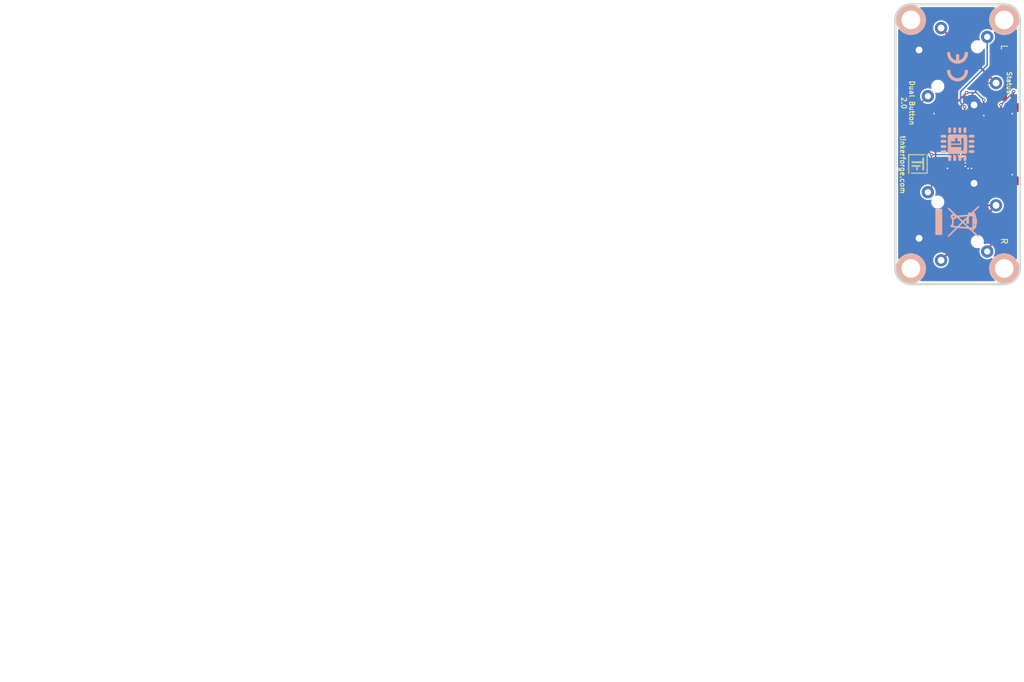
<source format=kicad_pcb>
(kicad_pcb (version 20171130) (host pcbnew 5.1.9-73d0e3b20d~88~ubuntu20.04.1)
  (title_block (title "Dual Button Bricklet") (date 2018-02-21) (rev 2.0) (company "Tinkerforge GmbH") (comment 1 "Licensed under CERN OHL v.1.1") (comment 2 "Copyright (©) 2018, L.Lauer <lukas@tinkerforge.com>"))
  (layers (0 Vorderseite signal) (31 Rückseite signal) (34 B.Paste user) (35 F.Paste user) (36 B.SilkS user) (37 F.SilkS user) (38 B.Mask user) (39 F.Mask user) (44 Edge.Cuts user))
  (net 0 "")
  (net 1 D1)
  (net 2 D2)
  (net 3 GND)
  (net 4 SW1)
  (net 5 SW2)
  (net 6 VCC)
  (net 7 "Net-(C2-Pad2)")
  (net 8 "Net-(D1-Pad2)")
  (net 9 "Net-(P1-Pad1)")
  (net 10 "Net-(P1-Pad4)")
  (net 11 "Net-(P1-Pad5)")
  (net 12 "Net-(P1-Pad6)")
  (net 13 "Net-(P2-Pad1)")
  (net 14 "Net-(P3-Pad2)")
  (net 15 "Net-(R1-Pad1)")
  (net 16 S-MISO)
  (net 17 S-MOSI)
  (net 18 S-CLK)
  (net 19 S-CS)
  (net 20 "Net-(U1-Pad5)")
  (net 21 "Net-(U1-Pad6)")
  (net 22 "Net-(U1-Pad8)")
  (net 23 "Net-(U1-Pad16)")
  (net 24 "Net-(U1-Pad17)")
  (net 25 "Net-(U1-Pad21)")
  (net 26 "Net-(R2-Pad1)")
  (net 27 "Net-(R3-Pad1)")
  (net 28 "Net-(U1-Pad11)")
  (net 29 "Net-(U1-Pad12)")
  (net 30 "Net-(U1-Pad13)")
  (net 31 "Net-(U1-Pad14)")
  (net 32 "Net-(U1-Pad4)")
  (module kicad-libraries:TACT_SWITCH_12mm (layer Vorderseite) (at 169 121.5 315)
    (fp_text reference SW1)
    (fp_text value TACT_SWITCH_12MM)
    (pad "" np_thru_hole circle (at 4.5 0 315) (size 1.6 1.6) (drill 1.6) (layers *.Cu *.Mask))
    (pad "" np_thru_hole circle (at -4.5 0 315) (size 1.6 1.6) (drill 1.6) (layers *.Cu *.Mask))
    (pad 4 thru_hole circle (at 2.5 6.25 315) (size 2 2) (drill 1.1) (layers *.Cu *.Mask) (net 4 SW1))
    (pad 3 thru_hole circle (at -2.5 6.25 315) (size 2 2) (drill 1.1) (layers *.Cu *.Mask) (net 3 GND))
    (pad 4 thru_hole circle (at 2.5 -6.25 315) (size 2 2) (drill 1.1) (layers *.Cu *.Mask) (net 4 SW1))
    (pad 3 thru_hole circle (at -2.5 -6.26 315) (size 2 2) (drill 1.1) (layers *.Cu *.Mask) (net 3 GND))
    (pad 2 thru_hole circle (at 6.75 0 315) (size 2 2) (drill 1) (layers *.Cu *.Mask) (net 26 "Net-(R2-Pad1)"))
    (pad 1 thru_hole circle (at -6.75 0 315) (size 2 2) (drill 1) (layers *.Cu *.Mask) (net 6 VCC))
  )
  (module kicad-libraries:TACT_SWITCH_12mm (layer Vorderseite) (at 169 96.5 45)
    (fp_text reference SW2)
    (fp_text value TACT_SWITCH_12MM)
    (pad "" np_thru_hole circle (at 4.5 0 45) (size 1.6 1.6) (drill 1.6) (layers *.Cu *.Mask))
    (pad "" np_thru_hole circle (at -4.5 0 45) (size 1.6 1.6) (drill 1.6) (layers *.Cu *.Mask))
    (pad 4 thru_hole circle (at 2.5 6.25 45) (size 2 2) (drill 1.1) (layers *.Cu *.Mask) (net 5 SW2))
    (pad 3 thru_hole circle (at -2.5 6.25 45) (size 2 2) (drill 1.1) (layers *.Cu *.Mask) (net 3 GND))
    (pad 4 thru_hole circle (at 2.5 -6.25 45) (size 2 2) (drill 1.1) (layers *.Cu *.Mask) (net 5 SW2))
    (pad 3 thru_hole circle (at -2.5 -6.26 45) (size 2 2) (drill 1.1) (layers *.Cu *.Mask) (net 3 GND))
    (pad 2 thru_hole circle (at 6.75 0 45) (size 2 2) (drill 1) (layers *.Cu *.Mask) (net 27 "Net-(R3-Pad1)"))
    (pad 1 thru_hole circle (at -6.75 0 45) (size 2 2) (drill 1) (layers *.Cu *.Mask) (net 6 VCC))
  )
  (module Logo_31x31 (layer Vorderseite) (at 164.2 110.6 270)
    (fp_text reference Ref** hide)
    (fp_text value Val** hide)
  )
  (module kicad-libraries:CE_5mm (layer Rückseite) (at 169 96.5 90)
    (fp_text reference VAL hide)
    (fp_text value CE_5mm hide)
  )
  (module kicad-libraries:WEEE_7mm (layer Rückseite) (at 169 121.5 90)
    (fp_text reference VAL hide)
    (fp_text value WEEE_7mm hide)
  )
  (module kicad-libraries:D0603F (layer Vorderseite) (at 177.26 101.54 180)
    (fp_text reference D1)
    (fp_text value blue)
    (pad 1 smd rect (at -0.75 0 180) (size 0.9 0.9) (layers Vorderseite F.Paste F.Mask) (net 6 VCC))
    (pad 2 smd rect (at 0.75 0 180) (size 0.9 0.9) (layers Vorderseite F.Paste F.Mask) (net 8 "Net-(D1-Pad2)"))
  )
  (module kicad-libraries:CON-SENSOR2 (layer Vorderseite) (at 179 109 90)
    (fp_text reference P1)
    (fp_text value CON-SENSOR2)
    (pad 1 smd rect (at -3.75 -4.6 90) (size 0.6 1.8) (layers Vorderseite F.Paste F.Mask) (net 9 "Net-(P1-Pad1)"))
    (pad 2 smd rect (at -2.5 -4.6 90) (size 0.6 1.8) (layers Vorderseite F.Paste F.Mask) (net 3 GND))
    (pad EP smd rect (at -5.9 -1.2 90) (size 1.4 2.4) (layers Vorderseite F.Paste F.Mask) (net 3 GND))
    (pad EP smd rect (at 5.9 -1.2 90) (size 1.4 2.4) (layers Vorderseite F.Paste F.Mask) (net 3 GND))
    (pad 3 smd rect (at -1.25 -4.6 90) (size 0.6 1.8) (layers Vorderseite F.Paste F.Mask) (net 6 VCC))
    (pad 4 smd rect (at 0 -4.6 90) (size 0.6 1.8) (layers Vorderseite F.Paste F.Mask) (net 10 "Net-(P1-Pad4)"))
    (pad 5 smd rect (at 1.25 -4.6 90) (size 0.6 1.8) (layers Vorderseite F.Paste F.Mask) (net 11 "Net-(P1-Pad5)"))
    (pad 6 smd rect (at 2.5 -4.6 90) (size 0.6 1.8) (layers Vorderseite F.Paste F.Mask) (net 12 "Net-(P1-Pad6)"))
    (pad 7 smd rect (at 3.75 -4.6 90) (size 0.6 1.8) (layers Vorderseite F.Paste F.Mask) (net 7 "Net-(C2-Pad2)"))
  )
  (module kicad-libraries:DEBUG_PAD (layer Vorderseite) (at 163.03 107.94)
    (fp_text reference P2)
    (fp_text value DEBUG)
    (pad 1 smd circle (at 0 0) (size 0.7 0.7) (layers Vorderseite F.Paste F.Mask) (net 13 "Net-(P2-Pad1)"))
  )
  (module kicad-libraries:SolderJumper (layer Vorderseite) (at 166.68 112.19 135)
    (fp_text reference P3)
    (fp_text value BOOT)
    (pad 2 smd rect (at 0.55 0 135) (size 0.3 1.4) (layers Vorderseite F.Mask) (net 14 "Net-(P3-Pad2)"))
    (pad 2 smd rect (at 0.15 0 135) (size 0.6 0.5) (layers Vorderseite F.Mask) (net 14 "Net-(P3-Pad2)"))
    (pad 1 smd rect (at -0.5 0 135) (size 0.4 1.4) (layers Vorderseite F.Mask) (net 3 GND))
    (pad 1 smd rect (at -0.225 0.55 135) (size 0.95 0.3) (layers Vorderseite F.Mask) (net 3 GND))
    (pad 1 smd rect (at -0.225 -0.55 135) (size 0.95 0.3) (layers Vorderseite F.Mask) (net 3 GND))
  )
  (module kicad-libraries:R0603F (layer Vorderseite) (at 174.28 102.38 45)
    (fp_text reference R1)
    (fp_text value 1k)
    (pad 1 smd rect (at -0.75 0 45) (size 0.9 0.9) (layers Vorderseite F.Paste F.Mask) (net 15 "Net-(R1-Pad1)"))
    (pad 2 smd rect (at 0.75 0 45) (size 0.9 0.9) (layers Vorderseite F.Paste F.Mask) (net 8 "Net-(D1-Pad2)"))
  )
  (module kicad-libraries:4X0402 (layer Vorderseite) (at 172.1 107.1 90)
    (fp_text reference RP2)
    (fp_text value 82)
    (pad 1 smd rect (at -0.7493 0.575 270) (size 0.29972 0.65) (layers Vorderseite F.Paste F.Mask) (net 10 "Net-(P1-Pad4)"))
    (pad 2 smd rect (at -0.24892 0.575 270) (size 0.29972 0.65) (layers Vorderseite F.Paste F.Mask) (net 11 "Net-(P1-Pad5)"))
    (pad 3 smd rect (at 0.24892 0.575 270) (size 0.29972 0.65) (layers Vorderseite F.Paste F.Mask) (net 12 "Net-(P1-Pad6)"))
    (pad 4 smd rect (at 0.7493 0.575 270) (size 0.29972 0.65) (layers Vorderseite F.Paste F.Mask) (net 7 "Net-(C2-Pad2)"))
    (pad 5 smd rect (at 0.7493 -0.575 90) (size 0.29972 0.65) (layers Vorderseite F.Paste F.Mask) (net 16 S-MISO))
    (pad 6 smd rect (at 0.24892 -0.575 90) (size 0.29972 0.65) (layers Vorderseite F.Paste F.Mask) (net 17 S-MOSI))
    (pad 7 smd rect (at -0.24892 -0.575 90) (size 0.29972 0.65) (layers Vorderseite F.Paste F.Mask) (net 18 S-CLK))
    (pad 8 smd rect (at -0.7493 -0.575 90) (size 0.29972 0.65) (layers Vorderseite F.Paste F.Mask) (net 19 S-CS))
  )
  (module kicad-libraries:QFN24-4x4mm-0.5mm (layer Vorderseite) (at 166.54 107.49 225)
    (fp_text reference U1)
    (fp_text value XMC1100)
    (pad 1 smd oval (at -2.025 -1.25 225) (size 1 0.3) (layers Vorderseite F.Paste F.Mask) (net 16 S-MISO))
    (pad 2 smd oval (at -2.025 -0.75 225) (size 1 0.3) (layers Vorderseite F.Paste F.Mask) (net 2 D2))
    (pad 3 smd oval (at -2.025 -0.25 225) (size 1 0.3) (layers Vorderseite F.Paste F.Mask) (net 5 SW2))
    (pad 4 smd oval (at -2.025 0.25 225) (size 1 0.3) (layers Vorderseite F.Paste F.Mask) (net 32 "Net-(U1-Pad4)"))
    (pad 5 smd oval (at -2.025 0.75 225) (size 1 0.3) (layers Vorderseite F.Paste F.Mask) (net 20 "Net-(U1-Pad5)"))
    (pad 6 smd oval (at -2.025 1.25 225) (size 1 0.3) (layers Vorderseite F.Paste F.Mask) (net 21 "Net-(U1-Pad6)"))
    (pad 7 smd oval (at -1.25 2.025 315) (size 1 0.3) (layers Vorderseite F.Paste F.Mask) (net 15 "Net-(R1-Pad1)"))
    (pad 8 smd oval (at -0.75 2.025 315) (size 1 0.3) (layers Vorderseite F.Paste F.Mask) (net 22 "Net-(U1-Pad8)"))
    (pad 9 smd oval (at -0.25 2.025 315) (size 1 0.3) (layers Vorderseite F.Paste F.Mask) (net 3 GND))
    (pad 10 smd oval (at 0.25 2.025 315) (size 1 0.3) (layers Vorderseite F.Paste F.Mask) (net 6 VCC))
    (pad 11 smd oval (at 0.75 2.025 315) (size 1 0.3) (layers Vorderseite F.Paste F.Mask) (net 28 "Net-(U1-Pad11)"))
    (pad 12 smd oval (at 1.25 2.025 315) (size 1 0.3) (layers Vorderseite F.Paste F.Mask) (net 29 "Net-(U1-Pad12)"))
    (pad 13 smd oval (at 2.025 1.25 225) (size 1 0.3) (layers Vorderseite F.Paste F.Mask) (net 30 "Net-(U1-Pad13)"))
    (pad 14 smd oval (at 2.025 0.75 225) (size 1 0.3) (layers Vorderseite F.Paste F.Mask) (net 31 "Net-(U1-Pad14)"))
    (pad 15 smd oval (at 2.025 0.25 225) (size 1 0.3) (layers Vorderseite F.Paste F.Mask) (net 13 "Net-(P2-Pad1)"))
    (pad 16 smd oval (at 2.025 -0.25 225) (size 1 0.3) (layers Vorderseite F.Paste F.Mask) (net 23 "Net-(U1-Pad16)"))
    (pad 17 smd oval (at 2.025 -0.75 225) (size 1 0.3) (layers Vorderseite F.Paste F.Mask) (net 24 "Net-(U1-Pad17)"))
    (pad 18 smd oval (at 2.025 -1.25 225) (size 1 0.3) (layers Vorderseite F.Paste F.Mask) (net 14 "Net-(P3-Pad2)"))
    (pad 19 smd oval (at 1.25 -2.025 315) (size 1 0.3) (layers Vorderseite F.Paste F.Mask) (net 4 SW1))
    (pad 20 smd oval (at 0.75 -2.025 315) (size 1 0.3) (layers Vorderseite F.Paste F.Mask) (net 1 D1))
    (pad 21 smd oval (at 0.25 -2.025 315) (size 1 0.3) (layers Vorderseite F.Paste F.Mask) (net 25 "Net-(U1-Pad21)"))
    (pad 22 smd oval (at -0.25 -2.025 315) (size 1 0.3) (layers Vorderseite F.Paste F.Mask) (net 19 S-CS))
    (pad 23 smd oval (at -0.75 -2.025 315) (size 1 0.3) (layers Vorderseite F.Paste F.Mask) (net 18 S-CLK))
    (pad 24 smd oval (at -1.25 -2.025 315) (size 1 0.3) (layers Vorderseite F.Paste F.Mask) (net 17 S-MOSI))
    (pad EXP smd rect (at 0.65 0.65 225) (size 1.3 1.3) (layers Vorderseite F.Paste F.Mask) (net 3 GND))
    (pad EXP smd rect (at 0.65 -0.65 225) (size 1.3 1.3) (layers Vorderseite F.Paste F.Mask) (net 3 GND))
    (pad EXP smd rect (at -0.65 0.65 225) (size 1.3 1.3) (layers Vorderseite F.Paste F.Mask) (net 3 GND))
    (pad EXP smd rect (at -0.65 -0.65 225) (size 1.3 1.3) (layers Vorderseite F.Paste F.Mask) (net 3 GND))
  )
  (module kicad-libraries:C0603F (layer Vorderseite) (at 164.18 105.12 225)
    (fp_text reference C4)
    (fp_text value 100nF)
    (pad 1 smd rect (at -0.75 0 225) (size 0.9 0.9) (layers Vorderseite F.Paste F.Mask) (net 3 GND))
    (pad 2 smd rect (at 0.75 0 225) (size 0.9 0.9) (layers Vorderseite F.Paste F.Mask) (net 6 VCC))
  )
  (module kicad-libraries:C0603F (layer Vorderseite) (at 170.99 111.42 90)
    (fp_text reference C3)
    (fp_text value 1uF)
    (pad 1 smd rect (at -0.75 0 90) (size 0.9 0.9) (layers Vorderseite F.Paste F.Mask) (net 3 GND))
    (pad 2 smd rect (at 0.75 0 90) (size 0.9 0.9) (layers Vorderseite F.Paste F.Mask) (net 6 VCC))
  )
  (module kicad-libraries:C0805 (layer Vorderseite) (at 172.46 111.21 90)
    (fp_text reference C1)
    (fp_text value 10uF)
    (pad 1 smd rect (at -1.00076 0 90) (size 1.00076 1.24968) (layers Vorderseite F.Paste F.Mask) (net 3 GND) (clearance 0.14986))
    (pad 2 smd rect (at 1.00076 0 90) (size 1.00076 1.24968) (layers Vorderseite F.Paste F.Mask) (net 6 VCC) (clearance 0.14986))
  )
  (module kicad-libraries:R0603F (layer Vorderseite) (at 174.4 115.96 135)
    (fp_text reference R2)
    (fp_text value 1k)
    (pad 1 smd rect (at -0.75 0 135) (size 0.9 0.9) (layers Vorderseite F.Paste F.Mask) (net 26 "Net-(R2-Pad1)"))
    (pad 2 smd rect (at 0.75 0 135) (size 0.9 0.9) (layers Vorderseite F.Paste F.Mask) (net 1 D1))
  )
  (module kicad-libraries:R0603F (layer Vorderseite) (at 170.39 105.17 225)
    (fp_text reference R3)
    (fp_text value 1k)
    (pad 1 smd rect (at -0.75 0 225) (size 0.9 0.9) (layers Vorderseite F.Paste F.Mask) (net 27 "Net-(R3-Pad1)"))
    (pad 2 smd rect (at 0.75 0 225) (size 0.9 0.9) (layers Vorderseite F.Paste F.Mask) (net 2 D2))
  )
  (module kicad-libraries:Logo_CoMCU (layer Rückseite) (at 169 109 90)
    (fp_text reference G*** hide)
    (fp_text value LOGO hide)
  )
  (module kicad-libraries:DRILL_NP (layer Vorderseite) (at 176.5 89)
    (fp_text reference U5 hide)
    (fp_text value DRILL hide)
    (pad "" np_thru_hole circle (at 0 0) (size 2.99974 2.99974) (drill 2.99974) (layers *.Cu *.Mask F.SilkS) (clearance 0.89916))
  )
  (module kicad-libraries:DRILL_NP (layer Vorderseite) (at 176.5 129 90)
    (fp_text reference U4 hide)
    (fp_text value DRILL hide)
    (pad "" np_thru_hole circle (at 0 0 90) (size 2.99974 2.99974) (drill 2.99974) (layers *.Cu *.Mask F.SilkS) (clearance 0.89916))
  )
  (module kicad-libraries:DRILL_NP (layer Vorderseite) (at 161.5 129)
    (fp_text reference U3 hide)
    (fp_text value DRILL hide)
    (pad "" np_thru_hole circle (at 0 0) (size 2.99974 2.99974) (drill 2.99974) (layers *.Cu *.Mask F.SilkS) (clearance 0.89916))
  )
  (module kicad-libraries:DRILL_NP (layer Vorderseite) (at 161.5 89 90)
    (fp_text reference U2 hide)
    (fp_text value DRILL hide)
    (pad "" np_thru_hole circle (at 0 0 90) (size 2.99974 2.99974) (drill 2.99974) (layers *.Cu *.Mask F.SilkS) (clearance 0.89916))
  )
  (module kicad-libraries:Fiducial_Mark (layer Vorderseite) (at 160.5 93)
    (fp_text reference Fiducial_Mark hide)
    (fp_text value VAL** hide)
    (pad 1 smd circle (at 0 0) (size 1.00076 1.00076) (layers Vorderseite F.Paste F.Mask) (clearance 0.65024))
  )
  (module kicad-libraries:Fiducial_Mark (layer Vorderseite) (at 177.5 117)
    (fp_text reference Fiducial_Mark hide)
    (fp_text value VAL** hide)
    (pad 1 smd circle (at 0 0) (size 1.00076 1.00076) (layers Vorderseite F.Paste F.Mask) (clearance 0.65024))
  )
  (module kicad-libraries:C0402F (layer Vorderseite) (at 172.6 104.9 270)
    (fp_text reference C2)
    (fp_text value 220pF)
    (pad 2 smd rect (at 0.5 0 270) (size 0.6 0.7) (layers Vorderseite F.Paste F.Mask) (net 7 "Net-(C2-Pad2)"))
    (pad 1 smd rect (at -0.5 0 270) (size 0.6 0.7) (layers Vorderseite F.Paste F.Mask) (net 3 GND))
  )
  (gr_text Status (at 177.31 99.1 270) (layer F.SilkS) (effects (font (size 0.75 0.75))))
  (gr_text R (at 176.5 124.61 270) (layer F.SilkS) (effects (font (size 1 1))))
  (gr_text L (at 176.5 93.39 270) (layer F.SilkS) (effects (font (size 1 1))))
  (gr_line (start 176.5 131.5) (end 161.55 131.5) (angle 90) (layer Edge.Cuts) (width 0.381))
  (gr_line (start 159 129.05) (end 159 89) (angle 90) (layer Edge.Cuts) (width 0.381))
  (gr_arc (start 161.5 129) (end 161.55 131.5) (angle 90) (layer Edge.Cuts) (width 0.381))
  (gr_line (start 161.5 86.5) (end 176.5 86.5) (angle 90) (layer Edge.Cuts) (width 0.381))
  (gr_line (start 179 89) (end 179 129) (angle 90) (layer Edge.Cuts) (width 0.381))
  (gr_arc (start 176.5 89) (end 176.5 86.5) (angle 90) (layer Edge.Cuts) (width 0.381))
  (gr_arc (start 161.5 89) (end 159 89) (angle 90) (layer Edge.Cuts) (width 0.381))
  (gr_arc (start 176.5 129) (end 179 129) (angle 90) (layer Edge.Cuts) (width 0.381))
  (gr_text tinkerforge.com (at 160.2 112.3 270) (layer F.SilkS) (effects (font (size 0.8001 0.8001) (thickness 0.14986))))
  (gr_text "Dual Button\n2.0\n" (at 161.02 102.37 270) (layer F.SilkS) (effects (font (size 0.8001 0.8001) (thickness 0.14986))))
  (segment (start 167.441561 109.452221) (end 167.441561 109.461561) (width 0.25) (layer Vorderseite) (net 1))
  (segment (start 167.441561 109.461561) (end 169.48 111.5) (width 0.25) (layer Vorderseite) (net 1))
  (segment (start 169.48 111.5) (end 169.48 112.84) (width 0.25) (layer Vorderseite) (net 1))
  (segment (start 169.48 112.84) (end 170.34 113.7) (width 0.25) (layer Vorderseite) (net 1))
  (segment (start 170.34 113.7) (end 172.14 113.7) (width 0.25) (layer Vorderseite) (net 1))
  (segment (start 172.14 113.7) (end 173.86967 115.42967) (width 0.25) (layer Vorderseite) (net 1))
  (segment (start 168.502221 106.588439) (end 168.502221 106.587779) (width 0.2) (layer Vorderseite) (net 2))
  (segment (start 168.502221 106.587779) (end 168.98 106.11) (width 0.2) (layer Vorderseite) (net 2))
  (segment (start 168.98 106.11) (end 169.45 106.11) (width 0.2) (layer Vorderseite) (net 2))
  (segment (start 169.45 106.11) (end 169.85967 105.70033) (width 0.2) (layer Vorderseite) (net 2))
  (segment (start 172.6 104.4) (end 173.23 104.4) (width 0.55) (layer Vorderseite) (net 3))
  (via (at 173.23 104.4) (size 0.55) (drill 0.25) (layers Vorderseite Rückseite) (net 3))
  (segment (start 167.033553 112.543553) (end 167.38 112.89) (width 0.2) (layer Vorderseite) (net 3))
  (via (at 167.38 112.89) (size 0.55) (drill 0.25) (layers Vorderseite Rückseite) (net 3))
  (segment (start 166.45019 112.738008) (end 166.458008 112.738008) (width 0.2) (layer Vorderseite) (net 3))
  (segment (start 166.458008 112.738008) (end 166.55 112.83) (width 0.2) (layer Vorderseite) (net 3))
  (segment (start 166.55 112.83) (end 166.76 112.83) (width 0.2) (layer Vorderseite) (net 3))
  (segment (start 166.76 112.83) (end 167.05 112.54) (width 0.2) (layer Vorderseite) (net 3))
  (segment (start 167.05 112.54) (end 167.033553 112.543553) (width 0.2) (layer Vorderseite) (net 3))
  (segment (start 167.228008 111.96019) (end 167.228008 111.978008) (width 0.2) (layer Vorderseite) (net 3))
  (segment (start 167.228008 111.978008) (end 167.33 112.08) (width 0.2) (layer Vorderseite) (net 3))
  (segment (start 167.33 112.08) (end 167.33 112.26) (width 0.2) (layer Vorderseite) (net 3))
  (segment (start 167.33 112.26) (end 167.04 112.55) (width 0.2) (layer Vorderseite) (net 3))
  (segment (start 167.04 112.55) (end 167.033553 112.543553) (width 0.2) (layer Vorderseite) (net 3))
  (segment (start 164.71033 104.58967) (end 164.71033 104.57967) (width 0.55) (layer Vorderseite) (net 3))
  (segment (start 164.71033 104.57967) (end 165.22 104.07) (width 0.55) (layer Vorderseite) (net 3))
  (via (at 165.22 104.07) (size 0.55) (drill 0.25) (layers Vorderseite Rückseite) (net 3))
  (segment (start 165.620761 107.49) (end 166.54 106.570761) (width 0.2) (layer Vorderseite) (net 3))
  (segment (start 167.459239 107.49) (end 166.54 108.409239) (width 0.2) (layer Vorderseite) (net 3))
  (segment (start 166.54 108.409239) (end 165.620761 107.49) (width 0.2) (layer Vorderseite) (net 3))
  (segment (start 166.54 106.570761) (end 167.459239 107.49) (width 0.2) (layer Vorderseite) (net 3))
  (segment (start 165.284885 105.881332) (end 165.301332 105.881332) (width 0.2) (layer Vorderseite) (net 3))
  (segment (start 165.301332 105.881332) (end 165.990761 106.570761) (width 0.2) (layer Vorderseite) (net 3))
  (segment (start 165.990761 106.570761) (end 166.54 106.570761) (width 0.2) (layer Vorderseite) (net 3))
  (segment (start 165.284885 105.881332) (end 165.284885 105.874885) (width 0.2) (layer Vorderseite) (net 3))
  (segment (start 165.284885 105.874885) (end 164.91 105.5) (width 0.2) (layer Vorderseite) (net 3))
  (segment (start 164.91 105.5) (end 164.91 104.78934) (width 0.2) (layer Vorderseite) (net 3))
  (segment (start 164.91 104.78934) (end 164.71033 104.58967) (width 0.2) (layer Vorderseite) (net 3))
  (segment (start 177.8 114.9) (end 177.8 113.92) (width 0.55) (layer Vorderseite) (net 3))
  (via (at 177.8 113.92) (size 0.55) (drill 0.25) (layers Vorderseite Rückseite) (net 3))
  (segment (start 177.8 103.1) (end 177.8 104.08) (width 0.55) (layer Vorderseite) (net 3))
  (via (at 177.8 104.08) (size 0.55) (drill 0.25) (layers Vorderseite Rückseite) (net 3))
  (via (at 171.26 112.9) (size 0.55) (drill 0.25) (layers Vorderseite Rückseite) (net 3))
  (segment (start 170.26 112) (end 170.82 112) (width 0.55) (layer Vorderseite) (net 3))
  (via (at 170.26 112) (size 0.55) (drill 0.25) (layers Vorderseite Rückseite) (net 3))
  (segment (start 170.82 112) (end 170.99 112.17) (width 0.55) (layer Vorderseite) (net 3))
  (segment (start 170.7 112.9) (end 171.26 112.9) (width 0.55) (layer Vorderseite) (net 3))
  (segment (start 170.99 112.63) (end 171.26 112.9) (width 0.55) (layer Vorderseite) (net 3))
  (segment (start 170.99 112.63) (end 170.99 112.17) (width 0.55) (layer Vorderseite) (net 3))
  (via (at 170.7 112.9) (size 0.55) (drill 0.25) (layers Vorderseite Rückseite) (net 3))
  (segment (start 170.7 112.9) (end 170.6 112.9) (width 0.55) (layer Vorderseite) (net 3))
  (segment (start 170.99 112.61) (end 170.7 112.9) (width 0.55) (layer Vorderseite) (net 3))
  (via (at 170.26 112.56) (size 0.55) (drill 0.25) (layers Vorderseite Rückseite) (net 3))
  (segment (start 170.26 112) (end 170.26 112.56) (width 0.55) (layer Vorderseite) (net 3))
  (segment (start 170.43 112.17) (end 170.26 112) (width 0.55) (layer Vorderseite) (net 3))
  (segment (start 170.43 112.17) (end 170.99 112.17) (width 0.55) (layer Vorderseite) (net 3))
  (segment (start 170.65 112.17) (end 170.26 112.56) (width 0.55) (layer Vorderseite) (net 3))
  (segment (start 170.6 112.9) (end 170.26 112.56) (width 0.55) (layer Vorderseite) (net 3))
  (segment (start 170.99 112.17) (end 170.99 112.61) (width 0.55) (layer Vorderseite) (net 3))
  (segment (start 172.46 112.21076) (end 171.03076 112.21076) (width 0.55) (layer Vorderseite) (net 3))
  (segment (start 171.03076 112.21076) (end 170.99 112.17) (width 0.55) (layer Vorderseite) (net 3))
  (segment (start 174.4 111.5) (end 173.17076 111.5) (width 0.55) (layer Vorderseite) (net 3))
  (segment (start 173.17076 111.5) (end 172.46 112.21076) (width 0.55) (layer Vorderseite) (net 3))
  (segment (start 167.088008 109.805775) (end 167.095775 109.805775) (width 0.25) (layer Vorderseite) (net 4))
  (segment (start 167.095775 109.805775) (end 169.02 111.73) (width 0.25) (layer Vorderseite) (net 4))
  (segment (start 169.02 111.73) (end 169.02 114.94) (width 0.25) (layer Vorderseite) (net 4))
  (segment (start 169.02 114.94) (end 172.92835 118.84835) (width 0.25) (layer Vorderseite) (net 4))
  (segment (start 172.92835 118.84835) (end 175.187184 118.84835) (width 0.25) (layer Vorderseite) (net 4))
  (segment (start 166.34835 127.687184) (end 175.187184 118.84835) (width 0.29972) (layer Vorderseite) (net 4))
  (segment (start 168.148668 106.234885) (end 168.155115 106.234885) (width 0.2) (layer Vorderseite) (net 5))
  (segment (start 168.155115 106.234885) (end 169.59 104.8) (width 0.2) (layer Vorderseite) (net 5))
  (segment (start 169.59 104.8) (end 169.59 102.77) (width 0.2) (layer Vorderseite) (net 5))
  (segment (start 169.59 102.77) (end 173.20835 99.15165) (width 0.2) (layer Vorderseite) (net 5))
  (segment (start 173.20835 99.15165) (end 175.187184 99.15165) (width 0.2) (layer Vorderseite) (net 5))
  (segment (start 175.187184 99.15165) (end 166.34835 90.312816) (width 0.29972) (layer Vorderseite) (net 5))
  (segment (start 170.99 110.67) (end 170.99 109.5) (width 0.25) (layer Vorderseite) (net 6))
  (segment (start 178.01 100.54) (end 178.01 101.54) (width 0.25) (layer Vorderseite) (net 6))
  (segment (start 178.02 100.53) (end 178.01 100.54) (width 0.25) (layer Vorderseite) (net 6))
  (via (at 178.02 100.53) (size 0.55) (drill 0.25) (layers Vorderseite Rückseite) (net 6))
  (segment (start 178.02 100.61) (end 178.02 100.53) (width 0.25) (layer Rückseite) (net 6))
  (segment (start 175.98 102.65) (end 178.02 100.61) (width 0.25) (layer Rückseite) (net 6))
  (via (at 175.98 102.65) (size 0.55) (drill 0.25) (layers Vorderseite Rückseite) (net 6))
  (segment (start 175.98 109.13) (end 175.98 102.65) (width 0.25) (layer Vorderseite) (net 6))
  (segment (start 175.5 109.61) (end 175.98 109.13) (width 0.25) (layer Vorderseite) (net 6))
  (segment (start 173.38 109.61) (end 175.5 109.61) (width 0.25) (layer Vorderseite) (net 6))
  (segment (start 173.08 109.31) (end 173.38 109.61) (width 0.25) (layer Vorderseite) (net 6))
  (segment (start 171.18 109.31) (end 173.08 109.31) (width 0.25) (layer Vorderseite) (net 6))
  (segment (start 170.99 109.5) (end 171.18 109.31) (width 0.25) (layer Vorderseite) (net 6))
  (segment (start 164.81 110.67) (end 164.81 116.144058) (width 0.2) (layer Vorderseite) (net 6))
  (segment (start 164.81 116.144058) (end 164.227029 116.727029) (width 0.2) (layer Vorderseite) (net 6))
  (segment (start 162.37 107.1) (end 162.37 103.13) (width 0.2) (layer Vorderseite) (net 6))
  (segment (start 162.37 103.13) (end 164.227029 101.272971) (width 0.2) (layer Vorderseite) (net 6))
  (segment (start 170.99 110.67) (end 169.5 110.67) (width 0.2) (layer Vorderseite) (net 6))
  (segment (start 162.37 106.93) (end 163.64967 105.65033) (width 0.2) (layer Vorderseite) (net 6))
  (segment (start 162.37 108.23) (end 162.37 107.1) (width 0.2) (layer Vorderseite) (net 6))
  (segment (start 162.37 107.1) (end 162.37 106.93) (width 0.2) (layer Vorderseite) (net 6))
  (segment (start 164.81 110.67) (end 162.37 108.23) (width 0.2) (layer Vorderseite) (net 6))
  (via (at 164.81 110.67) (size 0.55) (drill 0.25) (layers Vorderseite Rückseite) (net 6))
  (segment (start 169.5 110.67) (end 164.81 110.67) (width 0.2) (layer Rückseite) (net 6))
  (via (at 169.5 110.67) (size 0.55) (drill 0.25) (layers Vorderseite Rückseite) (net 6))
  (segment (start 164.931332 106.234885) (end 164.914885 106.234885) (width 0.2) (layer Vorderseite) (net 6))
  (segment (start 164.914885 106.234885) (end 164.53 105.85) (width 0.2) (layer Vorderseite) (net 6))
  (segment (start 164.53 105.85) (end 163.84934 105.85) (width 0.2) (layer Vorderseite) (net 6))
  (segment (start 163.84934 105.85) (end 163.64967 105.65033) (width 0.2) (layer Vorderseite) (net 6))
  (segment (start 172.46 110.20924) (end 171.91076 110.20924) (width 0.55) (layer Vorderseite) (net 6))
  (segment (start 171.91076 110.20924) (end 171.45 110.67) (width 0.55) (layer Vorderseite) (net 6))
  (segment (start 171.45 110.67) (end 170.99 110.67) (width 0.55) (layer Vorderseite) (net 6))
  (segment (start 174.4 110.25) (end 172.50076 110.25) (width 0.55) (layer Vorderseite) (net 6))
  (segment (start 172.50076 110.25) (end 172.46 110.20924) (width 0.45) (layer Vorderseite) (net 6))
  (segment (start 174.4 105.25) (end 173.22 105.25) (width 0.2) (layer Vorderseite) (net 7))
  (segment (start 173.07 105.4) (end 172.6 105.4) (width 0.2) (layer Vorderseite) (net 7))
  (segment (start 173.22 105.25) (end 173.07 105.4) (width 0.2) (layer Vorderseite) (net 7))
  (segment (start 172.6 105.55) (end 172.6 106.2757) (width 0.2) (layer Vorderseite) (net 7))
  (segment (start 172.6 106.2757) (end 172.675 106.3507) (width 0.2) (layer Vorderseite) (net 7))
  (segment (start 174.81033 101.84967) (end 174.86033 101.84967) (width 0.3) (layer Vorderseite) (net 8))
  (segment (start 174.86033 101.84967) (end 175.17 101.54) (width 0.25) (layer Vorderseite) (net 8))
  (segment (start 175.17 101.54) (end 176.51 101.54) (width 0.25) (layer Vorderseite) (net 8))
  (segment (start 174.4 109) (end 173.97 109) (width 0.2) (layer Vorderseite) (net 10))
  (segment (start 173.97 109) (end 173.24 108.27) (width 0.2) (layer Vorderseite) (net 10))
  (segment (start 173.24 108.27) (end 173.24 108) (width 0.2) (layer Vorderseite) (net 10))
  (segment (start 173.24 108) (end 173.0893 107.8493) (width 0.2) (layer Vorderseite) (net 10))
  (segment (start 173.0893 107.8493) (end 172.675 107.8493) (width 0.2) (layer Vorderseite) (net 10))
  (segment (start 174.4 107.75) (end 173.6 107.75) (width 0.2) (layer Vorderseite) (net 11))
  (segment (start 173.6 107.75) (end 173.19892 107.34892) (width 0.2) (layer Vorderseite) (net 11))
  (segment (start 173.19892 107.34892) (end 172.675 107.34892) (width 0.2) (layer Vorderseite) (net 11))
  (segment (start 174.4 106.5) (end 173.5 106.5) (width 0.2) (layer Vorderseite) (net 12))
  (segment (start 173.5 106.5) (end 173.14892 106.85108) (width 0.2) (layer Vorderseite) (net 12))
  (segment (start 173.14892 106.85108) (end 172.675 106.85108) (width 0.2) (layer Vorderseite) (net 12))
  (segment (start 164.931332 108.745115) (end 164.924885 108.745115) (width 0.2) (layer Vorderseite) (net 13))
  (segment (start 164.924885 108.745115) (end 164.46 109.21) (width 0.2) (layer Vorderseite) (net 13))
  (segment (start 164.46 109.21) (end 164.3 109.21) (width 0.2) (layer Vorderseite) (net 13))
  (segment (start 164.3 109.21) (end 163.03 107.94) (width 0.2) (layer Vorderseite) (net 13))
  (segment (start 166.291091 111.801091) (end 166.291091 111.791091) (width 0.2) (layer Vorderseite) (net 14))
  (segment (start 166.291091 111.791091) (end 165.47 110.97) (width 0.2) (layer Vorderseite) (net 14))
  (segment (start 165.47 110.327767) (end 165.991992 109.805775) (width 0.2) (layer Vorderseite) (net 14))
  (segment (start 165.47 110.97) (end 165.47 110.327767) (width 0.2) (layer Vorderseite) (net 14))
  (segment (start 166.573934 112.083934) (end 166.291091 111.801091) (width 0.25) (layer Vorderseite) (net 14))
  (segment (start 173.74967 102.91033) (end 173.74967 102.89967) (width 0.25) (layer Vorderseite) (net 15))
  (segment (start 173.74967 102.89967) (end 173.2 102.35) (width 0.25) (layer Vorderseite) (net 15))
  (segment (start 166.916217 104.25) (end 165.991992 105.174225) (width 0.25) (layer Vorderseite) (net 15))
  (segment (start 166.93 104.25) (end 166.916217 104.25) (width 0.25) (layer Vorderseite) (net 15))
  (segment (start 170.51 100.67) (end 166.93 104.25) (width 0.25) (layer Vorderseite) (net 15))
  (segment (start 170.47 100.71) (end 170.51 100.67) (width 0.25) (layer Vorderseite) (net 15))
  (segment (start 170.46 100.7) (end 170.47 100.71) (width 0.25) (layer Vorderseite) (net 15))
  (via (at 170.46 100.7) (size 0.55) (drill 0.25) (layers Vorderseite Rückseite) (net 15))
  (segment (start 172.02 100.7) (end 170.46 100.7) (width 0.25) (layer Rückseite) (net 15))
  (segment (start 173.2 101.88) (end 172.02 100.7) (width 0.25) (layer Rückseite) (net 15))
  (via (at 173.2 101.88) (size 0.55) (drill 0.25) (layers Vorderseite Rückseite) (net 15))
  (segment (start 173.2 102.35) (end 173.2 101.88) (width 0.25) (layer Vorderseite) (net 15))
  (segment (start 173.74967 102.91033) (end 173.74033 102.91033) (width 0.25) (layer Vorderseite) (net 15))
  (segment (start 171.525 106.3507) (end 170.7293 106.3507) (width 0.2) (layer Vorderseite) (net 16))
  (segment (start 169.297767 106.5) (end 168.855775 106.941992) (width 0.2) (layer Vorderseite) (net 16))
  (segment (start 169.47 106.5) (end 169.297767 106.5) (width 0.2) (layer Vorderseite) (net 16))
  (segment (start 169.7 106.73) (end 169.47 106.5) (width 0.2) (layer Vorderseite) (net 16))
  (segment (start 170.35 106.73) (end 169.7 106.73) (width 0.2) (layer Vorderseite) (net 16))
  (segment (start 170.7293 106.3507) (end 170.35 106.73) (width 0.2) (layer Vorderseite) (net 16))
  (segment (start 171.525 106.85108) (end 170.76892 106.85108) (width 0.2) (layer Vorderseite) (net 17))
  (segment (start 169.217767 108.4) (end 168.855775 108.038008) (width 0.2) (layer Vorderseite) (net 17))
  (segment (start 169.49 108.4) (end 169.217767 108.4) (width 0.2) (layer Vorderseite) (net 17))
  (segment (start 169.72 108.17) (end 169.49 108.4) (width 0.2) (layer Vorderseite) (net 17))
  (segment (start 169.72 107.9) (end 169.72 108.17) (width 0.2) (layer Vorderseite) (net 17))
  (segment (start 170.76892 106.85108) (end 169.72 107.9) (width 0.2) (layer Vorderseite) (net 17))
  (segment (start 171.525 107.34892) (end 170.83108 107.34892) (width 0.2) (layer Vorderseite) (net 18))
  (segment (start 168.90066 108.79) (end 168.502221 108.391561) (width 0.2) (layer Vorderseite) (net 18))
  (segment (start 169.61 108.79) (end 168.90066 108.79) (width 0.2) (layer Vorderseite) (net 18))
  (segment (start 170.09 108.31) (end 169.61 108.79) (width 0.2) (layer Vorderseite) (net 18))
  (segment (start 170.09 108.09) (end 170.09 108.31) (width 0.2) (layer Vorderseite) (net 18))
  (segment (start 170.83108 107.34892) (end 170.09 108.09) (width 0.2) (layer Vorderseite) (net 18))
  (segment (start 171.525 107.8493) (end 170.825678 107.8493) (width 0.2) (layer Vorderseite) (net 19))
  (segment (start 168.563553 109.16) (end 168.148668 108.745115) (width 0.2) (layer Vorderseite) (net 19))
  (segment (start 169.77 109.16) (end 168.563553 109.16) (width 0.2) (layer Vorderseite) (net 19))
  (segment (start 170.46 108.47) (end 169.77 109.16) (width 0.2) (layer Vorderseite) (net 19))
  (segment (start 170.46 108.214978) (end 170.46 108.47) (width 0.2) (layer Vorderseite) (net 19))
  (segment (start 170.825678 107.8493) (end 170.46 108.214978) (width 0.2) (layer Vorderseite) (net 19))
  (segment (start 174.93033 116.49033) (end 174.93033 116.53033) (width 0.25) (layer Vorderseite) (net 26))
  (segment (start 174.93033 116.53033) (end 176.68 118.28) (width 0.25) (layer Vorderseite) (net 26))
  (segment (start 176.68 118.28) (end 176.68 122.95) (width 0.25) (layer Vorderseite) (net 26))
  (segment (start 176.68 122.95) (end 173.772971 125.857029) (width 0.25) (layer Vorderseite) (net 26))
  (segment (start 173.772971 125.857029) (end 173.772971 126.272971) (width 0.25) (layer Vorderseite) (net 26))
  (segment (start 170.92033 104.63967) (end 170.92033 104.51033) (width 0.25) (layer Vorderseite) (net 27))
  (segment (start 170.92033 104.51033) (end 170.14 103.73) (width 0.25) (layer Vorderseite) (net 27))
  (segment (start 173.772971 96.277029) (end 173.772971 91.727029) (width 0.25) (layer Rückseite) (net 27))
  (segment (start 169.48 100.57) (end 173.772971 96.277029) (width 0.25) (layer Rückseite) (net 27))
  (segment (start 169.48 102.33) (end 169.48 100.57) (width 0.25) (layer Rückseite) (net 27))
  (segment (start 170.14 102.99) (end 169.48 102.33) (width 0.25) (layer Rückseite) (net 27))
  (via (at 170.14 102.99) (size 0.55) (drill 0.25) (layers Vorderseite Rückseite) (net 27))
  (segment (start 170.14 103.73) (end 170.14 102.99) (width 0.25) (layer Vorderseite) (net 27))
  (segment (start 170.92033 104.63967) (end 170.92033 104.27033) (width 0.2) (layer Vorderseite) (net 27))
  (zone (net 3) (net_name GND) (layer Rückseite) (connect_pads yes (clearance 0.24892)) (min_thickness 0.24892) (fill yes (arc_segments 16) (thermal_gap 0.29972) (thermal_bridge_width 0.29972))
    (polygon (pts (xy 159 131.5) (xy 179 131.5) (xy 179 86.5) (xy 159 86.5)))
  )
)
</source>
